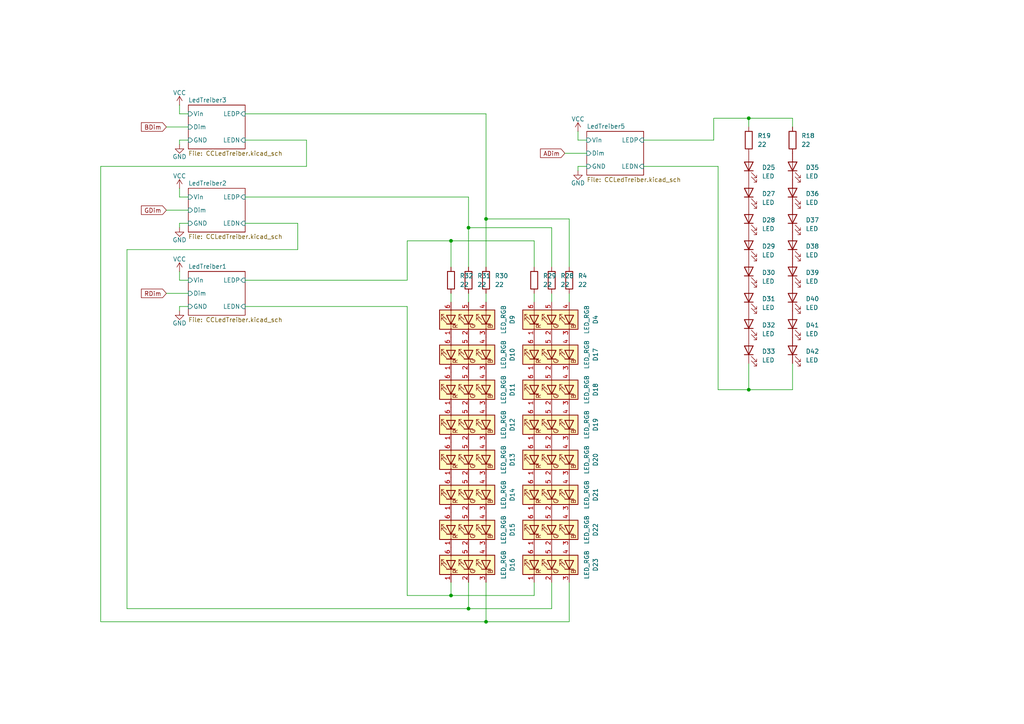
<source format=kicad_sch>
(kicad_sch (version 20231120) (generator "eeschema") (generator_version "8.0")
  (paper "A4")
  (lib_symbols
    (symbol "Device:LED" (pin_numbers hide) (pin_names (offset 1.016) hide)
      (property "Reference" "D" (at 0 2.54 0))
      (property "Value" "LED" (at 0 -2.54 0))
      (symbol "LED_0_1"
        (polyline (pts (xy -1.27 -1.27) (xy -1.27 1.27)) (stroke (width 0.254)))
        (polyline (pts (xy -1.27 0) (xy 1.27 0)))
        (polyline (pts (xy 1.27 -1.27) (xy 1.27 1.27) (xy -1.27 0) (xy 1.27 -1.27)) (stroke (width 0.254)))
        (polyline (pts (xy -3.048 -0.762) (xy -4.572 -2.286) (xy -3.81 -2.286) (xy -4.572 -2.286) (xy -4.572 -1.524)))
        (polyline (pts (xy -1.778 -0.762) (xy -3.302 -2.286) (xy -2.54 -2.286) (xy -3.302 -2.286) (xy -3.302 -1.524)))
      )
      (symbol "LED_1_1"
        (pin passive line (at -3.81 0 0) (length 2.54) (name "K") (number "1"))
        (pin passive line (at 3.81 0 180) (length 2.54) (name "A") (number "2"))
      )
    )
    (symbol "Device:LED_RGB" (pin_names (offset 0) hide)
      (property "Reference" "D" (at 0 9.398 0))
      (property "Value" "LED_RGB" (at 0 -8.89 0))
      (symbol "LED_RGB_0_0"
        (text "B" (at -1.905 -6.35 0) (effects (font (size 1.27 1.27))))
        (text "G" (at -1.905 -1.27 0) (effects (font (size 1.27 1.27))))
        (text "R" (at -1.905 3.81 0) (effects (font (size 1.27 1.27))))
      )
      (symbol "LED_RGB_0_1"
        (polyline (pts (xy -1.27 -5.08) (xy -2.54 -5.08)))
        (polyline (pts (xy -1.27 -5.08) (xy 1.27 -5.08)))
        (polyline (pts (xy -1.27 -3.81) (xy -1.27 -6.35)) (stroke (width 0.254)))
        (polyline (pts (xy -1.27 0) (xy -2.54 0)))
        (polyline (pts (xy -1.27 1.27) (xy -1.27 -1.27)) (stroke (width 0.254)))
        (polyline (pts (xy -1.27 5.08) (xy -2.54 5.08)))
        (polyline (pts (xy -1.27 5.08) (xy 1.27 5.08)))
        (polyline (pts (xy -1.27 6.35) (xy -1.27 3.81)) (stroke (width 0.254)))
        (polyline (pts (xy 1.27 -5.08) (xy 2.54 -5.08)))
        (polyline (pts (xy 1.27 0) (xy -1.27 0)))
        (polyline (pts (xy 1.27 0) (xy 2.54 0)))
        (polyline (pts (xy 1.27 5.08) (xy 2.54 5.08)))
        (polyline (pts (xy -1.27 1.27) (xy -1.27 -1.27) (xy -1.27 -1.27)))
        (polyline (pts (xy -1.27 6.35) (xy -1.27 3.81) (xy -1.27 3.81)))
        (polyline (pts (xy 1.27 -3.81) (xy 1.27 -6.35) (xy -1.27 -5.08) (xy 1.27 -3.81)) (stroke (width 0.254)))
        (polyline (pts (xy 1.27 1.27) (xy 1.27 -1.27) (xy -1.27 0) (xy 1.27 1.27)) (stroke (width 0.254)))
        (polyline (pts (xy 1.27 6.35) (xy 1.27 3.81) (xy -1.27 5.08) (xy 1.27 6.35)) (stroke (width 0.254)))
        (polyline (pts (xy -1.016 -3.81) (xy 0.508 -2.286) (xy -0.254 -2.286) (xy 0.508 -2.286) (xy 0.508 -3.048)))
        (polyline (pts (xy -1.016 1.27) (xy 0.508 2.794) (xy -0.254 2.794) (xy 0.508 2.794) (xy 0.508 2.032)))
        (polyline (pts (xy -1.016 6.35) (xy 0.508 7.874) (xy -0.254 7.874) (xy 0.508 7.874) (xy 0.508 7.112)))
        (polyline (pts (xy 0 -3.81) (xy 1.524 -2.286) (xy 0.762 -2.286) (xy 1.524 -2.286) (xy 1.524 -3.048)))
        (polyline (pts (xy 0 1.27) (xy 1.524 2.794) (xy 0.762 2.794) (xy 1.524 2.794) (xy 1.524 2.032)))
        (polyline (pts (xy 0 6.35) (xy 1.524 7.874) (xy 0.762 7.874) (xy 1.524 7.874) (xy 1.524 7.112)))
        (rectangle (start 1.27 -1.27) (end 1.27 1.27))
        (rectangle (start 1.27 1.27) (end 1.27 1.27))
        (rectangle (start 1.27 3.81) (end 1.27 6.35))
        (rectangle (start 1.27 6.35) (end 1.27 6.35))
        (rectangle (start 2.794 8.382) (end -2.794 -7.62) (stroke (width 0.254)) (fill (type background)))
      )
      (symbol "LED_RGB_1_1"
        (pin passive line (at -5.08 5.08 0) (length 2.54) (name "RK") (number "1"))
        (pin passive line (at -5.08 0 0) (length 2.54) (name "GK") (number "2"))
        (pin passive line (at -5.08 -5.08 0) (length 2.54) (name "BK") (number "3"))
        (pin passive line (at 5.08 -5.08 180) (length 2.54) (name "BA") (number "4"))
        (pin passive line (at 5.08 0 180) (length 2.54) (name "GA") (number "5"))
        (pin passive line (at 5.08 5.08 180) (length 2.54) (name "RA") (number "6"))
      )
    )
    (symbol "Device:R" (pin_numbers hide) (pin_names (offset 0))
      (property "Reference" "R" (at 2.032 0 90))
      (property "Value" "R" (at 0 0 90))
      (symbol "R_0_1"
        (rectangle (start -1.016 -2.54) (end 1.016 2.54) (stroke (width 0.254)))
      )
      (symbol "R_1_1"
        (pin passive line (at 0 3.81 270) (length 1.27) (name "~") (number "1"))
        (pin passive line (at 0 -3.81 90) (length 1.27) (name "~") (number "2"))
      )
    )
    (symbol "VCC_1" (power) (pin_numbers hide) (pin_names (offset 0) hide)
      (property "Value" "VCC" (at 0 3.556 0))
      (symbol "VCC_1_0_1"
        (polyline (pts (xy -0.762 1.27) (xy 0 2.54)))
        (polyline (pts (xy 0 0) (xy 0 2.54)))
        (polyline (pts (xy 0 2.54) (xy 0.762 1.27)))
      )
      (symbol "VCC_1_1_1"
        (pin power_in line (at 0 0 90) (length 0) (name "~") (number "1"))
      )
    )
    (symbol "power:GND" (power) (pin_names (offset 0))
      (property "Value" "GND" (at 0 -3.81 0))
      (symbol "GND_0_1"
        (polyline (pts (xy 0 0) (xy 0 -1.27) (xy 1.27 -1.27) (xy 0 -2.54) (xy -1.27 -1.27) (xy 0 -1.27)))
      )
      (symbol "GND_1_1"
        (pin power_in line (at 0 0 270) (length 0) hide (name "GND") (number "1"))
      )
    )
  )
  (junction (at 135.89 176.53))
  (junction (at 217.17 34.29))
  (junction (at 140.97 63.5))
  (junction (at 140.97 180.34))
  (junction (at 130.81 172.72))
  (junction (at 135.89 66.04))
  (junction (at 217.17 113.03))
  (junction (at 130.81 69.85))
  (wire (pts (xy 140.97 85.09) (xy 140.97 87.63)))
  (wire (pts (xy 154.94 77.47) (xy 154.94 69.85)))
  (wire (pts (xy 165.1 77.47) (xy 165.1 63.5)))
  (wire (pts (xy 160.02 77.47) (xy 160.02 66.04)))
  (wire (pts (xy 229.87 34.29) (xy 217.17 34.29)))
  (wire (pts (xy 52.07 30.48) (xy 52.07 33.02)))
  (wire (pts (xy 135.89 85.09) (xy 135.89 87.63)))
  (wire (pts (xy 208.28 48.26) (xy 208.28 113.03)))
  (wire (pts (xy 207.01 40.64) (xy 207.01 34.29)))
  (wire (pts (xy 229.87 105.41) (xy 229.87 113.03)))
  (wire (pts (xy 52.07 33.02) (xy 54.61 33.02)))
  (wire (pts (xy 140.97 180.34) (xy 140.97 168.91)))
  (wire (pts (xy 86.36 64.77) (xy 86.36 72.39)))
  (wire (pts (xy 160.02 87.63) (xy 160.02 85.09)))
  (wire (pts (xy 29.21 180.34) (xy 140.97 180.34)))
  (wire (pts (xy 165.1 180.34) (xy 140.97 180.34)))
  (wire (pts (xy 118.11 172.72) (xy 130.81 172.72)))
  (wire (pts (xy 167.64 48.26) (xy 167.64 49.53)))
  (wire (pts (xy 160.02 168.91) (xy 160.02 176.53)))
  (wire (pts (xy 71.12 88.9) (xy 118.11 88.9)))
  (wire (pts (xy 165.1 168.91) (xy 165.1 180.34)))
  (wire (pts (xy 167.64 40.64) (xy 170.18 40.64)))
  (wire (pts (xy 229.87 36.83) (xy 229.87 34.29)))
  (wire (pts (xy 217.17 113.03) (xy 217.17 105.41)))
  (wire (pts (xy 52.07 40.64) (xy 52.07 41.91)))
  (wire (pts (xy 167.64 38.1) (xy 167.64 40.64)))
  (wire (pts (xy 52.07 81.28) (xy 54.61 81.28)))
  (wire (pts (xy 54.61 64.77) (xy 52.07 64.77)))
  (wire (pts (xy 48.26 85.09) (xy 54.61 85.09)))
  (wire (pts (xy 154.94 69.85) (xy 130.81 69.85)))
  (wire (pts (xy 160.02 176.53) (xy 135.89 176.53)))
  (wire (pts (xy 86.36 72.39) (xy 36.83 72.39)))
  (wire (pts (xy 36.83 72.39) (xy 36.83 176.53)))
  (wire (pts (xy 118.11 81.28) (xy 118.11 69.85)))
  (wire (pts (xy 154.94 87.63) (xy 154.94 85.09)))
  (wire (pts (xy 52.07 64.77) (xy 52.07 66.04)))
  (wire (pts (xy 217.17 34.29) (xy 217.17 36.83)))
  (wire (pts (xy 186.69 48.26) (xy 208.28 48.26)))
  (wire (pts (xy 130.81 69.85) (xy 130.81 77.47)))
  (wire (pts (xy 71.12 81.28) (xy 118.11 81.28)))
  (wire (pts (xy 71.12 40.64) (xy 88.9 40.64)))
  (wire (pts (xy 52.07 57.15) (xy 54.61 57.15)))
  (wire (pts (xy 154.94 172.72) (xy 130.81 172.72)))
  (wire (pts (xy 48.26 60.96) (xy 54.61 60.96)))
  (wire (pts (xy 71.12 57.15) (xy 135.89 57.15)))
  (wire (pts (xy 165.1 87.63) (xy 165.1 85.09)))
  (wire (pts (xy 52.07 78.74) (xy 52.07 81.28)))
  (wire (pts (xy 140.97 33.02) (xy 140.97 63.5)))
  (wire (pts (xy 135.89 66.04) (xy 135.89 77.47)))
  (wire (pts (xy 135.89 176.53) (xy 135.89 168.91)))
  (wire (pts (xy 118.11 88.9) (xy 118.11 172.72)))
  (wire (pts (xy 52.07 88.9) (xy 52.07 90.17)))
  (wire (pts (xy 48.26 36.83) (xy 54.61 36.83)))
  (wire (pts (xy 71.12 33.02) (xy 140.97 33.02)))
  (wire (pts (xy 71.12 64.77) (xy 86.36 64.77)))
  (wire (pts (xy 165.1 63.5) (xy 140.97 63.5)))
  (wire (pts (xy 130.81 172.72) (xy 130.81 168.91)))
  (wire (pts (xy 208.28 113.03) (xy 217.17 113.03)))
  (wire (pts (xy 118.11 69.85) (xy 130.81 69.85)))
  (wire (pts (xy 36.83 176.53) (xy 135.89 176.53)))
  (wire (pts (xy 229.87 113.03) (xy 217.17 113.03)))
  (wire (pts (xy 54.61 40.64) (xy 52.07 40.64)))
  (wire (pts (xy 88.9 48.26) (xy 29.21 48.26)))
  (wire (pts (xy 207.01 34.29) (xy 217.17 34.29)))
  (wire (pts (xy 88.9 40.64) (xy 88.9 48.26)))
  (wire (pts (xy 154.94 168.91) (xy 154.94 172.72)))
  (wire (pts (xy 186.69 40.64) (xy 207.01 40.64)))
  (wire (pts (xy 163.83 44.45) (xy 170.18 44.45)))
  (wire (pts (xy 160.02 66.04) (xy 135.89 66.04)))
  (wire (pts (xy 29.21 48.26) (xy 29.21 180.34)))
  (wire (pts (xy 130.81 85.09) (xy 130.81 87.63)))
  (wire (pts (xy 52.07 54.61) (xy 52.07 57.15)))
  (wire (pts (xy 140.97 63.5) (xy 140.97 77.47)))
  (wire (pts (xy 135.89 57.15) (xy 135.89 66.04)))
  (wire (pts (xy 170.18 48.26) (xy 167.64 48.26)))
  (wire (pts (xy 54.61 88.9) (xy 52.07 88.9)))
  (global_label "ADim" (shape input) (at 163.83 44.45 180) (property "Intersheetrefs" "${INTERSHEET_REFS}" (effects (hide yes))))
  (global_label "GDim" (shape input) (at 48.26 60.96 180) (property "Intersheetrefs" "${INTERSHEET_REFS}" (effects (hide yes))))
  (global_label "RDim" (shape input) (at 48.26 85.09 180) (property "Intersheetrefs" "${INTERSHEET_REFS}" (effects (hide yes))))
  (global_label "BDim" (shape input) (at 48.26 36.83 180) (property "Intersheetrefs" "${INTERSHEET_REFS}" (effects (hide yes))))
  (symbol (lib_name "VCC_1") (lib_id "power:VCC") (at 52.07 30.48 0) (unit 1)
    (property "Reference" "#PWR07" (effects (hide yes)))
    (property "Value" "VCC" (at 52.07 26.924 0))
    (property "Description" "Power symbol creates a global label with name \"VCC\"" (effects (hide yes)))
  )
  (symbol (lib_id "Device:R") (at 154.94 81.28 0) (unit 1)
    (property "Reference" "R29" (at 157.48 80.0099 0) (effects (justify left)))
    (property "Value" "22" (at 157.48 82.5499 0) (effects (justify left)))
    (property "Footprint" "Resistor_SMD:R_0805_2012Metric" (effects (hide yes)))
    (property "Description" "Resistor" (effects (hide yes)))
  )
  (symbol (lib_id "Device:LED_RGB") (at 160.02 133.35 90) (unit 1)
    (property "Reference" "D20" (at 172.72 133.35 0))
    (property "Value" "LED_RGB" (at 170.18 133.35 0))
    (property "Footprint" "LCSC:LED-SMD_6P-L5.0-W5.0-TL_TC5050RGBF08" (effects (hide yes)))
    (property "Description" "RGB LED, 6 pin package" (effects (hide yes)))
  )
  (symbol (lib_id "Device:R") (at 130.81 81.28 0) (unit 1)
    (property "Reference" "R32" (at 133.35 80.0099 0) (effects (justify left)))
    (property "Value" "22" (at 133.35 82.5499 0) (effects (justify left)))
    (property "Footprint" "Resistor_SMD:R_0805_2012Metric" (effects (hide yes)))
    (property "Description" "Resistor" (effects (hide yes)))
  )
  (symbol (lib_id "Device:LED_RGB") (at 135.89 133.35 90) (unit 1)
    (property "Reference" "D13" (at 148.59 133.35 0))
    (property "Value" "LED_RGB" (at 146.05 133.35 0))
    (property "Footprint" "LCSC:LED-SMD_6P-L5.0-W5.0-TL_TC5050RGBF08" (effects (hide yes)))
    (property "Description" "RGB LED, 6 pin package" (effects (hide yes)))
  )
  (symbol (lib_id "Device:R") (at 165.1 81.28 0) (unit 1)
    (property "Reference" "R4" (at 167.64 80.0099 0) (effects (justify left)))
    (property "Value" "22" (at 167.64 82.5499 0) (effects (justify left)))
    (property "Footprint" "Resistor_SMD:R_0805_2012Metric" (effects (hide yes)))
    (property "Description" "Resistor" (effects (hide yes)))
  )
  (symbol (lib_id "Device:R") (at 160.02 81.28 0) (unit 1)
    (property "Reference" "R28" (at 162.56 80.0099 0) (effects (justify left)))
    (property "Value" "22" (at 162.56 82.5499 0) (effects (justify left)))
    (property "Footprint" "Resistor_SMD:R_0805_2012Metric" (effects (hide yes)))
    (property "Description" "Resistor" (effects (hide yes)))
  )
  (symbol (lib_id "Device:LED") (at 217.17 55.88 90) (unit 1)
    (property "Reference" "D27" (at 220.98 56.1974 90) (effects (justify right)))
    (property "Value" "LED" (at 220.98 58.7374 90) (effects (justify right)))
    (property "Footprint" "LED_SMD:LED_0603_1608Metric" (effects (hide yes)))
    (property "Description" "Light emitting diode" (effects (hide yes)))
  )
  (symbol (lib_id "Device:LED_RGB") (at 135.89 153.67 90) (unit 1)
    (property "Reference" "D15" (at 148.59 153.67 0))
    (property "Value" "LED_RGB" (at 146.05 153.67 0))
    (property "Footprint" "LCSC:LED-SMD_6P-L5.0-W5.0-TL_TC5050RGBF08" (effects (hide yes)))
    (property "Description" "RGB LED, 6 pin package" (effects (hide yes)))
  )
  (symbol (lib_id "Device:LED_RGB") (at 135.89 113.03 90) (unit 1)
    (property "Reference" "D11" (at 148.59 113.03 0))
    (property "Value" "LED_RGB" (at 146.05 113.03 0))
    (property "Footprint" "LCSC:LED-SMD_6P-L5.0-W5.0-TL_TC5050RGBF08" (effects (hide yes)))
    (property "Description" "RGB LED, 6 pin package" (effects (hide yes)))
  )
  (symbol (lib_id "Device:LED") (at 217.17 101.6 90) (unit 1)
    (property "Reference" "D33" (at 220.98 101.9174 90) (effects (justify right)))
    (property "Value" "LED" (at 220.98 104.4574 90) (effects (justify right)))
    (property "Footprint" "LED_SMD:LED_0603_1608Metric" (effects (hide yes)))
    (property "Description" "Light emitting diode" (effects (hide yes)))
  )
  (symbol (lib_id "Device:LED") (at 229.87 55.88 90) (unit 1)
    (property "Reference" "D36" (at 233.68 56.1974 90) (effects (justify right)))
    (property "Value" "LED" (at 233.68 58.7374 90) (effects (justify right)))
    (property "Footprint" "LED_SMD:LED_0603_1608Metric" (effects (hide yes)))
    (property "Description" "Light emitting diode" (effects (hide yes)))
  )
  (symbol (lib_id "power:GND") (at 52.07 90.17 0) (unit 1)
    (property "Reference" "#PWR04" (effects (hide yes)))
    (property "Value" "GND" (at 52.07 93.726 0))
  )
  (symbol (lib_id "Device:R") (at 229.87 40.64 0) (unit 1)
    (property "Reference" "R18" (at 232.41 39.3699 0) (effects (justify left)))
    (property "Value" "22" (at 232.41 41.9099 0) (effects (justify left)))
    (property "Footprint" "Resistor_SMD:R_0805_2012Metric" (effects (hide yes)))
    (property "Description" "Resistor" (effects (hide yes)))
  )
  (symbol (lib_id "Device:LED") (at 217.17 93.98 90) (unit 1)
    (property "Reference" "D32" (at 220.98 94.2974 90) (effects (justify right)))
    (property "Value" "LED" (at 220.98 96.8374 90) (effects (justify right)))
    (property "Footprint" "LED_SMD:LED_0603_1608Metric" (effects (hide yes)))
    (property "Description" "Light emitting diode" (effects (hide yes)))
  )
  (symbol (lib_name "VCC_1") (lib_id "power:VCC") (at 52.07 78.74 0) (unit 1)
    (property "Reference" "#PWR05" (effects (hide yes)))
    (property "Value" "VCC" (at 52.07 75.184 0))
    (property "Description" "Power symbol creates a global label with name \"VCC\"" (effects (hide yes)))
  )
  (symbol (lib_id "Device:LED") (at 229.87 78.74 90) (unit 1)
    (property "Reference" "D39" (at 233.68 79.0574 90) (effects (justify right)))
    (property "Value" "LED" (at 233.68 81.5974 90) (effects (justify right)))
    (property "Footprint" "LED_SMD:LED_0603_1608Metric" (effects (hide yes)))
    (property "Description" "Light emitting diode" (effects (hide yes)))
  )
  (symbol (lib_id "Device:LED") (at 217.17 48.26 90) (unit 1)
    (property "Reference" "D25" (at 220.98 48.5774 90) (effects (justify right)))
    (property "Value" "LED" (at 220.98 51.1174 90) (effects (justify right)))
    (property "Footprint" "LED_SMD:LED_0603_1608Metric" (effects (hide yes)))
    (property "Description" "Light emitting diode" (effects (hide yes)))
  )
  (symbol (lib_id "Device:LED") (at 217.17 71.12 90) (unit 1)
    (property "Reference" "D29" (at 220.98 71.4374 90) (effects (justify right)))
    (property "Value" "LED" (at 220.98 73.9774 90) (effects (justify right)))
    (property "Footprint" "LED_SMD:LED_0603_1608Metric" (effects (hide yes)))
    (property "Description" "Light emitting diode" (effects (hide yes)))
  )
  (symbol (lib_id "Device:LED_RGB") (at 160.02 163.83 90) (unit 1)
    (property "Reference" "D23" (at 172.72 163.83 0))
    (property "Value" "LED_RGB" (at 170.18 163.83 0))
    (property "Footprint" "LCSC:LED-SMD_6P-L5.0-W5.0-TL_TC5050RGBF08" (effects (hide yes)))
    (property "Description" "RGB LED, 6 pin package" (effects (hide yes)))
  )
  (symbol (lib_id "Device:LED_RGB") (at 135.89 92.71 90) (unit 1)
    (property "Reference" "D9" (at 148.59 92.71 0))
    (property "Value" "LED_RGB" (at 146.05 92.71 0))
    (property "Footprint" "LCSC:LED-SMD_6P-L5.0-W5.0-TL_TC5050RGBF08" (effects (hide yes)))
    (property "Description" "RGB LED, 6 pin package" (effects (hide yes)))
  )
  (symbol (lib_id "Device:R") (at 135.89 81.28 0) (unit 1)
    (property "Reference" "R31" (at 138.43 80.0099 0) (effects (justify left)))
    (property "Value" "22" (at 138.43 82.5499 0) (effects (justify left)))
    (property "Footprint" "Resistor_SMD:R_0805_2012Metric" (effects (hide yes)))
    (property "Description" "Resistor" (effects (hide yes)))
  )
  (symbol (lib_id "power:GND") (at 52.07 41.91 0) (unit 1)
    (property "Reference" "#PWR08" (effects (hide yes)))
    (property "Value" "GND" (at 52.07 45.466 0))
  )
  (symbol (lib_id "Device:LED_RGB") (at 160.02 153.67 90) (unit 1)
    (property "Reference" "D22" (at 172.72 153.67 0))
    (property "Value" "LED_RGB" (at 170.18 153.67 0))
    (property "Footprint" "LCSC:LED-SMD_6P-L5.0-W5.0-TL_TC5050RGBF08" (effects (hide yes)))
    (property "Description" "RGB LED, 6 pin package" (effects (hide yes)))
  )
  (symbol (lib_id "Device:LED_RGB") (at 160.02 113.03 90) (unit 1)
    (property "Reference" "D18" (at 172.72 113.03 0))
    (property "Value" "LED_RGB" (at 170.18 113.03 0))
    (property "Footprint" "LCSC:LED-SMD_6P-L5.0-W5.0-TL_TC5050RGBF08" (effects (hide yes)))
    (property "Description" "RGB LED, 6 pin package" (effects (hide yes)))
  )
  (symbol (lib_id "Device:LED") (at 229.87 71.12 90) (unit 1)
    (property "Reference" "D38" (at 233.68 71.4374 90) (effects (justify right)))
    (property "Value" "LED" (at 233.68 73.9774 90) (effects (justify right)))
    (property "Footprint" "LED_SMD:LED_0603_1608Metric" (effects (hide yes)))
    (property "Description" "Light emitting diode" (effects (hide yes)))
  )
  (symbol (lib_id "Device:LED_RGB") (at 160.02 123.19 90) (unit 1)
    (property "Reference" "D19" (at 172.72 123.19 0))
    (property "Value" "LED_RGB" (at 170.18 123.19 0))
    (property "Footprint" "LCSC:LED-SMD_6P-L5.0-W5.0-TL_TC5050RGBF08" (effects (hide yes)))
    (property "Description" "RGB LED, 6 pin package" (effects (hide yes)))
  )
  (symbol (lib_id "Device:R") (at 217.17 40.64 0) (unit 1)
    (property "Reference" "R19" (at 219.71 39.3699 0) (effects (justify left)))
    (property "Value" "22" (at 219.71 41.9099 0) (effects (justify left)))
    (property "Footprint" "Resistor_SMD:R_0805_2012Metric" (effects (hide yes)))
    (property "Description" "Resistor" (effects (hide yes)))
  )
  (symbol (lib_id "Device:LED") (at 229.87 86.36 90) (unit 1)
    (property "Reference" "D40" (at 233.68 86.6774 90) (effects (justify right)))
    (property "Value" "LED" (at 233.68 89.2174 90) (effects (justify right)))
    (property "Footprint" "LED_SMD:LED_0603_1608Metric" (effects (hide yes)))
    (property "Description" "Light emitting diode" (effects (hide yes)))
  )
  (symbol (lib_id "Device:LED_RGB") (at 160.02 143.51 90) (unit 1)
    (property "Reference" "D21" (at 172.72 143.51 0))
    (property "Value" "LED_RGB" (at 170.18 143.51 0))
    (property "Footprint" "LCSC:LED-SMD_6P-L5.0-W5.0-TL_TC5050RGBF08" (effects (hide yes)))
    (property "Description" "RGB LED, 6 pin package" (effects (hide yes)))
  )
  (symbol (lib_id "Device:LED") (at 229.87 48.26 90) (unit 1)
    (property "Reference" "D35" (at 233.68 48.5774 90) (effects (justify right)))
    (property "Value" "LED" (at 233.68 51.1174 90) (effects (justify right)))
    (property "Footprint" "LED_SMD:LED_0603_1608Metric" (effects (hide yes)))
    (property "Description" "Light emitting diode" (effects (hide yes)))
  )
  (symbol (lib_name "VCC_1") (lib_id "power:VCC") (at 52.07 54.61 0) (unit 1)
    (property "Reference" "#PWR03" (effects (hide yes)))
    (property "Value" "VCC" (at 52.07 51.054 0))
    (property "Description" "Power symbol creates a global label with name \"VCC\"" (effects (hide yes)))
  )
  (symbol (lib_id "Device:LED") (at 217.17 86.36 90) (unit 1)
    (property "Reference" "D31" (at 220.98 86.6774 90) (effects (justify right)))
    (property "Value" "LED" (at 220.98 89.2174 90) (effects (justify right)))
    (property "Footprint" "LED_SMD:LED_0603_1608Metric" (effects (hide yes)))
    (property "Description" "Light emitting diode" (effects (hide yes)))
  )
  (symbol (lib_id "power:GND") (at 167.64 49.53 0) (unit 1)
    (property "Reference" "#PWR018" (effects (hide yes)))
    (property "Value" "GND" (at 167.64 53.086 0))
  )
  (symbol (lib_id "Device:LED") (at 229.87 93.98 90) (unit 1)
    (property "Reference" "D41" (at 233.68 94.2974 90) (effects (justify right)))
    (property "Value" "LED" (at 233.68 96.8374 90) (effects (justify right)))
    (property "Footprint" "LED_SMD:LED_0603_1608Metric" (effects (hide yes)))
    (property "Description" "Light emitting diode" (effects (hide yes)))
  )
  (symbol (lib_id "Device:LED") (at 217.17 78.74 90) (unit 1)
    (property "Reference" "D30" (at 220.98 79.0574 90) (effects (justify right)))
    (property "Value" "LED" (at 220.98 81.5974 90) (effects (justify right)))
    (property "Footprint" "LED_SMD:LED_0603_1608Metric" (effects (hide yes)))
    (property "Description" "Light emitting diode" (effects (hide yes)))
  )
  (symbol (lib_id "Device:LED_RGB") (at 160.02 92.71 90) (unit 1)
    (property "Reference" "D4" (at 172.72 92.71 0))
    (property "Value" "LED_RGB" (at 170.18 92.71 0))
    (property "Footprint" "LCSC:LED-SMD_6P-L5.0-W5.0-TL_TC5050RGBF08" (effects (hide yes)))
    (property "Description" "RGB LED, 6 pin package" (effects (hide yes)))
  )
  (symbol (lib_id "Device:LED_RGB") (at 135.89 143.51 90) (unit 1)
    (property "Reference" "D14" (at 148.59 143.51 0))
    (property "Value" "LED_RGB" (at 146.05 143.51 0))
    (property "Footprint" "LCSC:LED-SMD_6P-L5.0-W5.0-TL_TC5050RGBF08" (effects (hide yes)))
    (property "Description" "RGB LED, 6 pin package" (effects (hide yes)))
  )
  (symbol (lib_id "power:GND") (at 52.07 66.04 0) (unit 1)
    (property "Reference" "#PWR06" (effects (hide yes)))
    (property "Value" "GND" (at 52.07 69.596 0))
  )
  (symbol (lib_id "Device:LED") (at 229.87 63.5 90) (unit 1)
    (property "Reference" "D37" (at 233.68 63.8174 90) (effects (justify right)))
    (property "Value" "LED" (at 233.68 66.3574 90) (effects (justify right)))
    (property "Footprint" "LED_SMD:LED_0603_1608Metric" (effects (hide yes)))
    (property "Description" "Light emitting diode" (effects (hide yes)))
  )
  (symbol (lib_id "Device:LED") (at 229.87 101.6 90) (unit 1)
    (property "Reference" "D42" (at 233.68 101.9174 90) (effects (justify right)))
    (property "Value" "LED" (at 233.68 104.4574 90) (effects (justify right)))
    (property "Footprint" "LED_SMD:LED_0603_1608Metric" (effects (hide yes)))
    (property "Description" "Light emitting diode" (effects (hide yes)))
  )
  (symbol (lib_name "VCC_1") (lib_id "power:VCC") (at 167.64 38.1 0) (unit 1)
    (property "Reference" "#PWR017" (effects (hide yes)))
    (property "Value" "VCC" (at 167.64 34.544 0))
    (property "Description" "Power symbol creates a global label with name \"VCC\"" (effects (hide yes)))
  )
  (symbol (lib_id "Device:LED_RGB") (at 135.89 123.19 90) (unit 1)
    (property "Reference" "D12" (at 148.59 123.19 0))
    (property "Value" "LED_RGB" (at 146.05 123.19 0))
    (property "Footprint" "LCSC:LED-SMD_6P-L5.0-W5.0-TL_TC5050RGBF08" (effects (hide yes)))
    (property "Description" "RGB LED, 6 pin package" (effects (hide yes)))
  )
  (symbol (lib_id "Device:LED_RGB") (at 135.89 102.87 90) (unit 1)
    (property "Reference" "D10" (at 148.59 102.87 0))
    (property "Value" "LED_RGB" (at 146.05 102.87 0))
    (property "Footprint" "LCSC:LED-SMD_6P-L5.0-W5.0-TL_TC5050RGBF08" (effects (hide yes)))
    (property "Description" "RGB LED, 6 pin package" (effects (hide yes)))
  )
  (symbol (lib_id "Device:LED") (at 217.17 63.5 90) (unit 1)
    (property "Reference" "D28" (at 220.98 63.8174 90) (effects (justify right)))
    (property "Value" "LED" (at 220.98 66.3574 90) (effects (justify right)))
    (property "Footprint" "LED_SMD:LED_0603_1608Metric" (effects (hide yes)))
    (property "Description" "Light emitting diode" (effects (hide yes)))
  )
  (symbol (lib_id "Device:LED_RGB") (at 135.89 163.83 90) (unit 1)
    (property "Reference" "D16" (at 148.59 163.83 0))
    (property "Value" "LED_RGB" (at 146.05 163.83 0))
    (property "Footprint" "LCSC:LED-SMD_6P-L5.0-W5.0-TL_TC5050RGBF08" (effects (hide yes)))
    (property "Description" "RGB LED, 6 pin package" (effects (hide yes)))
  )
  (symbol (lib_id "Device:R") (at 140.97 81.28 0) (unit 1)
    (property "Reference" "R30" (at 143.51 80.0099 0) (effects (justify left)))
    (property "Value" "22" (at 143.51 82.5499 0) (effects (justify left)))
    (property "Footprint" "Resistor_SMD:R_0805_2012Metric" (effects (hide yes)))
    (property "Description" "Resistor" (effects (hide yes)))
  )
  (symbol (lib_id "Device:LED_RGB") (at 160.02 102.87 90) (unit 1)
    (property "Reference" "D17" (at 172.72 102.87 0))
    (property "Value" "LED_RGB" (at 170.18 102.87 0))
    (property "Footprint" "LCSC:LED-SMD_6P-L5.0-W5.0-TL_TC5050RGBF08" (effects (hide yes)))
    (property "Description" "RGB LED, 6 pin package" (effects (hide yes)))
  )
  (sheet (at 54.61 78.74) (size 16.51 12.7) (stroke (width 0.1524))
    (property "Sheetname" "LedTreiber1" (at 54.61 78.0284 0) (effects (justify left bottom)))
    (property "Sheetfile" "CCLedTreiber.kicad_sch" (at 54.61 92.0246 0) (effects (justify left top)))
    (pin "Vin" input (at 54.61 81.28 180))
    (pin "LEDP" input (at 71.12 81.28 0))
    (pin "Dim" input (at 54.61 85.09 180))
    (pin "LEDN" input (at 71.12 88.9 0))
    (pin "GND" input (at 54.61 88.9 180))
  )
  (sheet (at 54.61 54.61) (size 16.51 12.7) (stroke (width 0.1524))
    (property "Sheetname" "LedTreiber2" (at 54.61 53.8984 0) (effects (justify left bottom)))
    (property "Sheetfile" "CCLedTreiber.kicad_sch" (at 54.61 67.8946 0) (effects (justify left top)))
    (pin "Vin" input (at 54.61 57.15 180))
    (pin "LEDP" input (at 71.12 57.15 0))
    (pin "Dim" input (at 54.61 60.96 180))
    (pin "LEDN" input (at 71.12 64.77 0))
    (pin "GND" input (at 54.61 64.77 180))
  )
  (sheet (at 170.18 38.1) (size 16.51 12.7) (stroke (width 0.1524))
    (property "Sheetname" "LedTreiber5" (at 170.18 37.3884 0) (effects (justify left bottom)))
    (property "Sheetfile" "CCLedTreiber.kicad_sch" (at 170.18 51.3846 0) (effects (justify left top)))
    (pin "Vin" input (at 170.18 40.64 180))
    (pin "LEDP" input (at 186.69 40.64 0))
    (pin "Dim" input (at 170.18 44.45 180))
    (pin "LEDN" input (at 186.69 48.26 0))
    (pin "GND" input (at 170.18 48.26 180))
  )
  (sheet (at 54.61 30.48) (size 16.51 12.7) (stroke (width 0.1524))
    (property "Sheetname" "LedTreiber3" (at 54.61 29.7684 0) (effects (justify left bottom)))
    (property "Sheetfile" "CCLedTreiber.kicad_sch" (at 54.61 43.7646 0) (effects (justify left top)))
    (pin "Vin" input (at 54.61 33.02 180))
    (pin "LEDP" input (at 71.12 33.02 0))
    (pin "Dim" input (at 54.61 36.83 180))
    (pin "LEDN" input (at 71.12 40.64 0))
    (pin "GND" input (at 54.61 40.64 180))
  )
)
</source>
